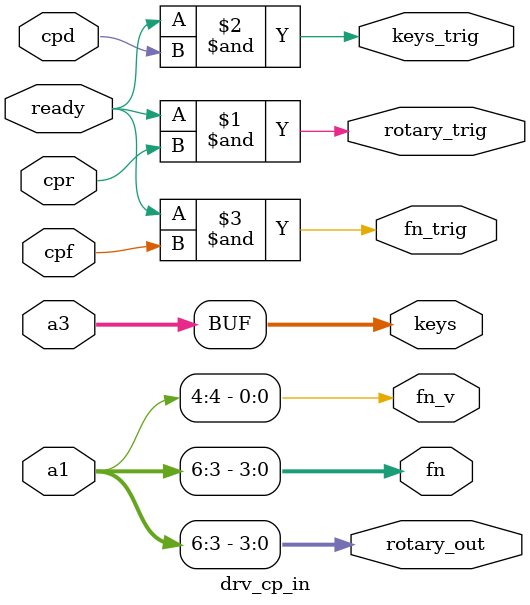
<source format=v>
module drv_cp_in(	// file.cleaned.mlir:2:3
  input         ready,	// file.cleaned.mlir:2:27
                cpd,	// file.cleaned.mlir:2:43
                cpr,	// file.cleaned.mlir:2:57
                cpf,	// file.cleaned.mlir:2:71
  input  [7:0]  a1,	// file.cleaned.mlir:2:85
  input  [15:0] a3,	// file.cleaned.mlir:2:98
  output [3:0]  rotary_out,	// file.cleaned.mlir:2:113
  output        rotary_trig,	// file.cleaned.mlir:2:134
  output [15:0] keys,	// file.cleaned.mlir:2:156
  output        keys_trig,	// file.cleaned.mlir:2:172
  output [3:0]  fn,	// file.cleaned.mlir:2:192
  output        fn_v,	// file.cleaned.mlir:2:205
                fn_trig	// file.cleaned.mlir:2:220
);

  assign rotary_out = a1[6:3];	// file.cleaned.mlir:3:10, :8:5
  assign rotary_trig = ready & cpr;	// file.cleaned.mlir:6:10, :8:5
  assign keys = a3;	// file.cleaned.mlir:8:5
  assign keys_trig = ready & cpd;	// file.cleaned.mlir:7:10, :8:5
  assign fn = a1[6:3];	// file.cleaned.mlir:3:10, :8:5
  assign fn_v = a1[4];	// file.cleaned.mlir:4:10, :8:5
  assign fn_trig = ready & cpf;	// file.cleaned.mlir:5:10, :8:5
endmodule


</source>
